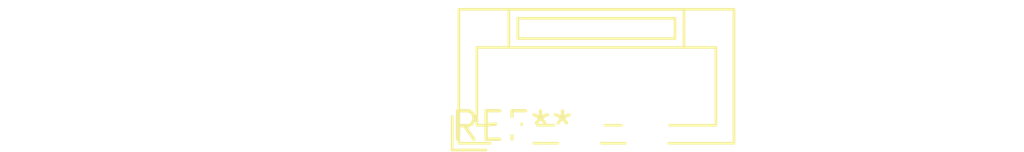
<source format=kicad_pcb>
(kicad_pcb (version 20240108) (generator pcbnew)
  (layers (0 "F.Cu" signal) (31 "B.Cu" signal) (34 "B.Paste" user) (35 "F.Paste" user) (36 "B.SilkS" user "B.Silkscreen") (37 "F.SilkS" user "F.Silkscreen") (38 "B.Mask" user) (39 "F.Mask" user) (44 "Edge.Cuts" user))
  (net 0 "")
  (footprint "JST_ZE_B06B-ZESK-D_1x06_P1.50mm_Vertical" (layer "F.Cu") (at 0 0)
    (property "Reference" "REF**")
    (property "Value" "JST_ZE_B06B-ZESK-D_1x06_P1.50mm_Vertical")
    (fp_line (start -2.66 -0.44) (end -2.66 1.06) (layer "F.SilkS") (stroke (width 0.12)))
    (fp_line (start -2.66 1.06) (end -1.16 1.06) (layer "F.SilkS") (stroke (width 0.12)))
    (fp_line (start -2.36 -5.21) (end 9.86 -5.21) (layer "F.SilkS") (stroke (width 0.12)))
    (fp_line (start -2.36 0.76) (end -2.36 -5.21) (layer "F.SilkS") (stroke (width 0.12)))
    (fp_line (start -1.56 -3.51) (end -1.56 -0.04) (layer "F.SilkS") (stroke (width 0.12)))
    (fp_line (start -1.56 -0.04) (end -1 -0.04) (layer "F.SilkS") (stroke (width 0.12)))
    (fp_line (start -0.96 0.76) (end -2.36 0.76) (layer "F.SilkS") (stroke (width 0.12)))
    (fp_line (start -0.14 -5.21) (end -0.14 -3.51) (layer "F.SilkS") (stroke (width 0.12)))
    (fp_line (start -0.14 -3.51) (end -1.56 -3.51) (layer "F.SilkS") (stroke (width 0.12)))
    (fp_line (start -0.14 -3.51) (end 7.64 -3.51) (layer "F.SilkS") (stroke (width 0.12)))
    (fp_line (start 0.26 -4.81) (end 0.26 -3.91) (layer "F.SilkS") (stroke (width 0.12)))
    (fp_line (start 0.26 -3.91) (end 7.24 -3.91) (layer "F.SilkS") (stroke (width 0.12)))
    (fp_line (start 0.96 0.76) (end 2.04 0.76) (layer "F.SilkS") (stroke (width 0.12)))
    (fp_line (start 1.135 -0.04) (end 1.865 -0.04) (layer "F.SilkS") (stroke (width 0.12)))
    (fp_line (start 3.96 0.76) (end 5.04 0.76) (layer "F.SilkS") (stroke (width 0.12)))
    (fp_line (start 4.135 -0.04) (end 4.865 -0.04) (layer "F.SilkS") (stroke (width 0.12)))
    (fp_line (start 7.24 -4.81) (end 0.26 -4.81) (layer "F.SilkS") (stroke (width 0.12)))
    (fp_line (start 7.24 -3.91) (end 7.24 -4.81) (layer "F.SilkS") (stroke (width 0.12)))
    (fp_line (start 7.64 -5.21) (end -0.14 -5.21) (layer "F.SilkS") (stroke (width 0.12)))
    (fp_line (start 7.64 -3.51) (end 7.64 -5.21) (layer "F.SilkS") (stroke (width 0.12)))
    (fp_line (start 7.64 -3.51) (end 9.06 -3.51) (layer "F.SilkS") (stroke (width 0.12)))
    (fp_line (start 9.06 -3.51) (end 9.06 -0.04) (layer "F.SilkS") (stroke (width 0.12)))
    (fp_line (start 9.06 -0.04) (end 7 -0.04) (layer "F.SilkS") (stroke (width 0.12)))
    (fp_line (start 9.86 -5.21) (end 9.86 0.76) (layer "F.SilkS") (stroke (width 0.12)))
    (fp_line (start 9.86 0.76) (end 6.96 0.76) (layer "F.SilkS") (stroke (width 0.12)))
    (pad "1" thru_hole custom (at 0 0) (size 1.117157 1.117157) (drill 0.75) (layers *.Cu *.Mask) (remove_unused_layers) (options (clearance outline) (anchor circle)) (primitives (gr_poly (pts (xy 0.45 -0.225) (xy 0.45 0.625) (xy -0.45 0.625) (xy -0.45 -0.625) (xy 0.05 -0.625)) (width 0.5) (fill yes))))
    (pad "2" thru_hole oval (at 1.5 -2) (size 1.4 1.75) (drill 0.75) (layers *.Cu *.Mask) (remove_unused_layers))
    (pad "3" thru_hole oval (at 3 0) (size 1.4 1.75) (drill 0.75) (layers *.Cu *.Mask) (remove_unused_layers))
    (pad "4" thru_hole oval (at 4.5 -2) (size 1.4 1.75) (drill 0.75) (layers *.Cu *.Mask) (remove_unused_layers))
    (pad "5" thru_hole oval (at 6 0) (size 1.4 1.75) (drill 0.75) (layers *.Cu *.Mask) (remove_unused_layers))
    (pad "6" thru_hole oval (at 7.5 -2) (size 1.4 1.75) (drill 0.75) (layers *.Cu *.Mask) (remove_unused_layers))
  )
)
</source>
